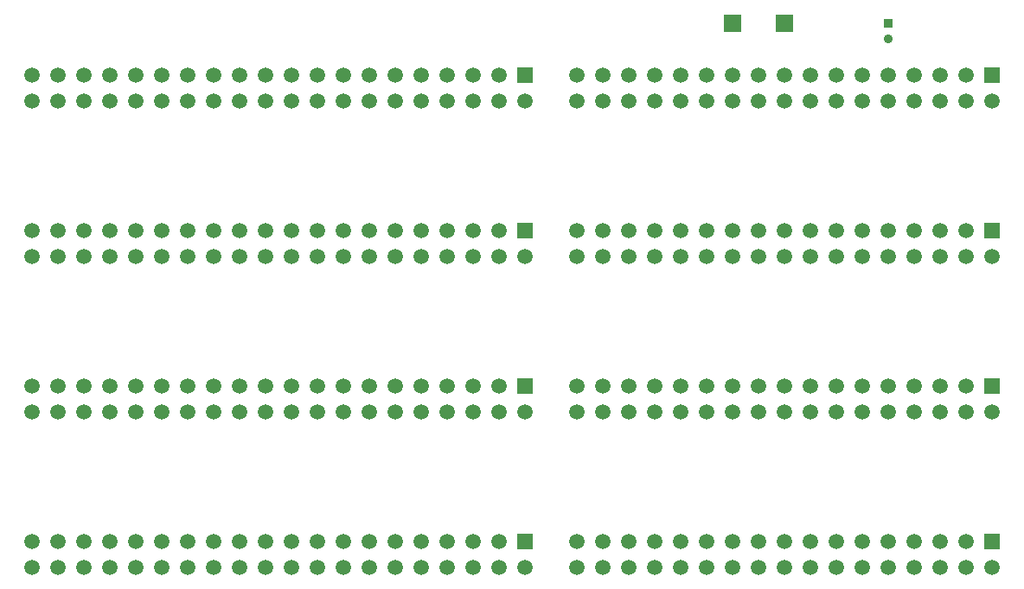
<source format=gbr>
G04 DipTrace 4.3.0.5*
G04 TopPaste.gbr*
%MOMM*%
G04 #@! TF.FileFunction,Paste,Top*
G04 #@! TF.Part,Single*
%ADD28C,0.9*%
%ADD30R,0.9X0.9*%
%ADD32R,1.8X1.8*%
%ADD34C,1.5*%
%ADD36R,1.5X1.5*%
%FSLAX35Y35*%
G04*
G71*
G90*
G75*
G01*
G04 TopPaste*
%LPD*%
D36*
X127000Y0D3*
D34*
Y-254000D3*
X-127000Y0D3*
Y-254000D3*
X-381000Y0D3*
Y-254000D3*
X-635000Y0D3*
Y-254000D3*
X-889000Y0D3*
Y-254000D3*
X-1143000Y0D3*
Y-254000D3*
X-1397000Y0D3*
Y-254000D3*
X-1651000Y0D3*
Y-254000D3*
X-1905000Y0D3*
Y-254000D3*
X-2159000Y0D3*
Y-254000D3*
X-2413000Y0D3*
Y-254000D3*
X-2667000Y0D3*
Y-254000D3*
X-2921000Y0D3*
Y-254000D3*
X-3175000Y0D3*
Y-254000D3*
X-3429000Y0D3*
Y-254000D3*
X-3683000Y0D3*
Y-254000D3*
X-3937000Y0D3*
Y-254000D3*
X-4191000Y0D3*
Y-254000D3*
X-4445000Y0D3*
Y-254000D3*
X-4699000Y0D3*
Y-254000D3*
D36*
X127000Y-1524000D3*
D34*
Y-1778000D3*
X-127000Y-1524000D3*
Y-1778000D3*
X-381000Y-1524000D3*
Y-1778000D3*
X-635000Y-1524000D3*
Y-1778000D3*
X-889000Y-1524000D3*
Y-1778000D3*
X-1143000Y-1524000D3*
Y-1778000D3*
X-1397000Y-1524000D3*
Y-1778000D3*
X-1651000Y-1524000D3*
Y-1778000D3*
X-1905000Y-1524000D3*
Y-1778000D3*
X-2159000Y-1524000D3*
Y-1778000D3*
X-2413000Y-1524000D3*
Y-1778000D3*
X-2667000Y-1524000D3*
Y-1778000D3*
X-2921000Y-1524000D3*
Y-1778000D3*
X-3175000Y-1524000D3*
Y-1778000D3*
X-3429000Y-1524000D3*
Y-1778000D3*
X-3683000Y-1524000D3*
Y-1778000D3*
X-3937000Y-1524000D3*
Y-1778000D3*
X-4191000Y-1524000D3*
Y-1778000D3*
X-4445000Y-1524000D3*
Y-1778000D3*
X-4699000Y-1524000D3*
Y-1778000D3*
D36*
X4699000Y-1524000D3*
D34*
Y-1778000D3*
X4445000Y-1524000D3*
Y-1778000D3*
X4191000Y-1524000D3*
Y-1778000D3*
X3937000Y-1524000D3*
Y-1778000D3*
X3683000Y-1524000D3*
Y-1778000D3*
X3429000Y-1524000D3*
Y-1778000D3*
X3175000Y-1524000D3*
Y-1778000D3*
X2921000Y-1524000D3*
Y-1778000D3*
X2667000Y-1524000D3*
Y-1778000D3*
X2413000Y-1524000D3*
Y-1778000D3*
X2159000Y-1524000D3*
Y-1778000D3*
X1905000Y-1524000D3*
Y-1778000D3*
X1651000Y-1524000D3*
Y-1778000D3*
X1397000Y-1524000D3*
Y-1778000D3*
X1143000Y-1524000D3*
Y-1778000D3*
X889000Y-1524000D3*
Y-1778000D3*
X635000Y-1524000D3*
Y-1778000D3*
D36*
X4699000Y0D3*
D34*
Y-254000D3*
X4445000Y0D3*
Y-254000D3*
X4191000Y0D3*
Y-254000D3*
X3937000Y0D3*
Y-254000D3*
X3683000Y0D3*
Y-254000D3*
X3429000Y0D3*
Y-254000D3*
X3175000Y0D3*
Y-254000D3*
X2921000Y0D3*
Y-254000D3*
X2667000Y0D3*
Y-254000D3*
X2413000Y0D3*
Y-254000D3*
X2159000Y0D3*
Y-254000D3*
X1905000Y0D3*
Y-254000D3*
X1651000Y0D3*
Y-254000D3*
X1397000Y0D3*
Y-254000D3*
X1143000Y0D3*
Y-254000D3*
X889000Y0D3*
Y-254000D3*
X635000Y0D3*
Y-254000D3*
D36*
X127000Y-3048000D3*
D34*
Y-3302000D3*
X-127000Y-3048000D3*
Y-3302000D3*
X-381000Y-3048000D3*
Y-3302000D3*
X-635000Y-3048000D3*
Y-3302000D3*
X-889000Y-3048000D3*
Y-3302000D3*
X-1143000Y-3048000D3*
Y-3302000D3*
X-1397000Y-3048000D3*
Y-3302000D3*
X-1651000Y-3048000D3*
Y-3302000D3*
X-1905000Y-3048000D3*
Y-3302000D3*
X-2159000Y-3048000D3*
Y-3302000D3*
X-2413000Y-3048000D3*
Y-3302000D3*
X-2667000Y-3048000D3*
Y-3302000D3*
X-2921000Y-3048000D3*
Y-3302000D3*
X-3175000Y-3048000D3*
Y-3302000D3*
X-3429000Y-3048000D3*
Y-3302000D3*
X-3683000Y-3048000D3*
Y-3302000D3*
X-3937000Y-3048000D3*
Y-3302000D3*
X-4191000Y-3048000D3*
Y-3302000D3*
X-4445000Y-3048000D3*
Y-3302000D3*
X-4699000Y-3048000D3*
Y-3302000D3*
D36*
X4699000Y-3048000D3*
D34*
Y-3302000D3*
X4445000Y-3048000D3*
Y-3302000D3*
X4191000Y-3048000D3*
Y-3302000D3*
X3937000Y-3048000D3*
Y-3302000D3*
X3683000Y-3048000D3*
Y-3302000D3*
X3429000Y-3048000D3*
Y-3302000D3*
X3175000Y-3048000D3*
Y-3302000D3*
X2921000Y-3048000D3*
Y-3302000D3*
X2667000Y-3048000D3*
Y-3302000D3*
X2413000Y-3048000D3*
Y-3302000D3*
X2159000Y-3048000D3*
Y-3302000D3*
X1905000Y-3048000D3*
Y-3302000D3*
X1651000Y-3048000D3*
Y-3302000D3*
X1397000Y-3048000D3*
Y-3302000D3*
X1143000Y-3048000D3*
Y-3302000D3*
X889000Y-3048000D3*
Y-3302000D3*
X635000Y-3048000D3*
Y-3302000D3*
D36*
X127000Y-4572000D3*
D34*
Y-4826000D3*
X-127000Y-4572000D3*
Y-4826000D3*
X-381000Y-4572000D3*
Y-4826000D3*
X-635000Y-4572000D3*
Y-4826000D3*
X-889000Y-4572000D3*
Y-4826000D3*
X-1143000Y-4572000D3*
Y-4826000D3*
X-1397000Y-4572000D3*
Y-4826000D3*
X-1651000Y-4572000D3*
Y-4826000D3*
X-1905000Y-4572000D3*
Y-4826000D3*
X-2159000Y-4572000D3*
Y-4826000D3*
X-2413000Y-4572000D3*
Y-4826000D3*
X-2667000Y-4572000D3*
Y-4826000D3*
X-2921000Y-4572000D3*
Y-4826000D3*
X-3175000Y-4572000D3*
Y-4826000D3*
X-3429000Y-4572000D3*
Y-4826000D3*
X-3683000Y-4572000D3*
Y-4826000D3*
X-3937000Y-4572000D3*
Y-4826000D3*
X-4191000Y-4572000D3*
Y-4826000D3*
X-4445000Y-4572000D3*
Y-4826000D3*
X-4699000Y-4572000D3*
Y-4826000D3*
D36*
X4699000Y-4572000D3*
D34*
Y-4826000D3*
X4445000Y-4572000D3*
Y-4826000D3*
X4191000Y-4572000D3*
Y-4826000D3*
X3937000Y-4572000D3*
Y-4826000D3*
X3683000Y-4572000D3*
Y-4826000D3*
X3429000Y-4572000D3*
Y-4826000D3*
X3175000Y-4572000D3*
Y-4826000D3*
X2921000Y-4572000D3*
Y-4826000D3*
X2667000Y-4572000D3*
Y-4826000D3*
X2413000Y-4572000D3*
Y-4826000D3*
X2159000Y-4572000D3*
Y-4826000D3*
X1905000Y-4572000D3*
Y-4826000D3*
X1651000Y-4572000D3*
Y-4826000D3*
X1397000Y-4572000D3*
Y-4826000D3*
X1143000Y-4572000D3*
Y-4826000D3*
X889000Y-4572000D3*
Y-4826000D3*
X635000Y-4572000D3*
Y-4826000D3*
D32*
X2159000Y508000D3*
X2667000D3*
D30*
X3683000Y503623D3*
D28*
Y353623D3*
M02*

</source>
